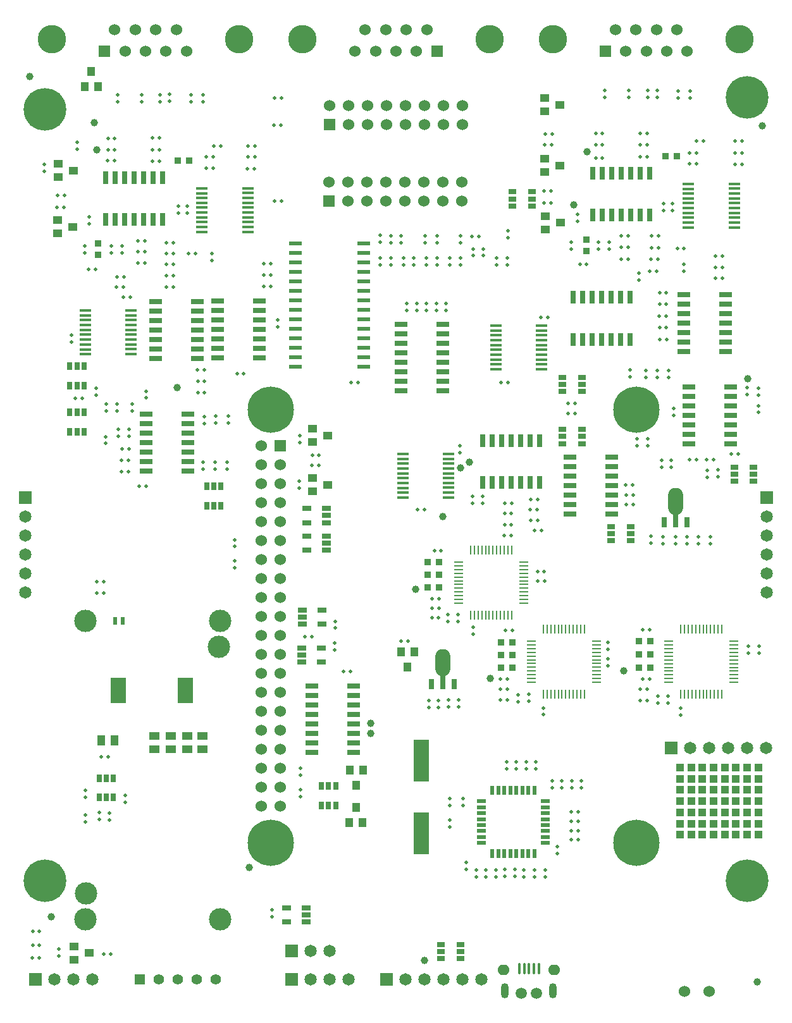
<source format=gts>
G04 #@! TF.FileFunction,Soldermask,Top*
%FSLAX46Y46*%
G04 Gerber Fmt 4.6, Leading zero omitted, Abs format (unit mm)*
G04 Created by KiCad (PCBNEW 4.0.6) date Sunday, October 29, 2017 'AMt' 11:13:45 AM*
%MOMM*%
%LPD*%
G01*
G04 APERTURE LIST*
%ADD10C,0.100000*%
%ADD11R,1.016000X1.397000*%
%ADD12R,0.889000X0.889000*%
%ADD13R,1.000000X1.000000*%
%ADD14R,1.200000X0.600000*%
%ADD15R,0.600000X1.200000*%
%ADD16R,1.750060X0.650240*%
%ADD17R,0.650240X1.750060*%
%ADD18R,1.524000X1.524000*%
%ADD19C,1.524000*%
%ADD20C,1.000760*%
%ADD21C,5.699760*%
%ADD22R,1.750060X0.551180*%
%ADD23C,3.000000*%
%ADD24R,2.000000X3.500000*%
%ADD25R,1.300000X0.250000*%
%ADD26R,0.250000X1.300000*%
%ADD27C,3.810000*%
%ADD28R,1.397000X1.397000*%
%ADD29C,1.397000*%
%ADD30C,6.200000*%
%ADD31C,0.497840*%
%ADD32R,1.397000X1.016000*%
%ADD33R,1.143000X1.016000*%
%ADD34R,1.016000X1.143000*%
%ADD35R,1.198880X0.688340*%
%ADD36R,1.651000X1.651000*%
%ADD37C,1.651000*%
%ADD38O,0.381000X1.524000*%
%ADD39O,1.597660X1.397000*%
%ADD40O,1.016000X2.032000*%
%ADD41C,1.498600*%
%ADD42R,0.500000X1.000000*%
%ADD43R,1.498600X0.347980*%
%ADD44R,0.688340X0.998220*%
%ADD45O,2.032000X3.649980*%
%ADD46R,0.797560X1.399540*%
%ADD47R,0.797560X1.899920*%
%ADD48R,0.998220X0.688340*%
%ADD49R,2.100580X5.600700*%
G04 APERTURE END LIST*
D10*
D11*
X68461000Y-134340000D03*
X70239000Y-134340000D03*
D12*
X68050000Y-69302000D03*
X68050000Y-67778000D03*
X78738000Y-56690000D03*
X80262000Y-56690000D03*
D13*
X147450000Y-143990000D03*
X147450000Y-145490000D03*
X147450000Y-146990000D03*
X145950000Y-146990000D03*
X145950000Y-145490000D03*
X145950000Y-143990000D03*
X145950000Y-139490000D03*
X145950000Y-140990000D03*
X145950000Y-142490000D03*
X147450000Y-142490000D03*
X147450000Y-140990000D03*
X147450000Y-139490000D03*
X147450000Y-137990000D03*
X145950000Y-137990000D03*
X148950000Y-137990000D03*
X150450000Y-137990000D03*
X151950000Y-137990000D03*
X151950000Y-139490000D03*
X151950000Y-140990000D03*
X151950000Y-142490000D03*
X150450000Y-139490000D03*
X150450000Y-140990000D03*
X150450000Y-142490000D03*
X148950000Y-142490000D03*
X148950000Y-140990000D03*
X148950000Y-139490000D03*
X148950000Y-143990000D03*
X148950000Y-145490000D03*
X148950000Y-146990000D03*
X150450000Y-146990000D03*
X150450000Y-145490000D03*
X150450000Y-143990000D03*
X151950000Y-146990000D03*
X151950000Y-145490000D03*
X151950000Y-143990000D03*
X156450000Y-143990000D03*
X156450000Y-145490000D03*
X156450000Y-146990000D03*
X154950000Y-143990000D03*
X154950000Y-145490000D03*
X154950000Y-146990000D03*
X153450000Y-146990000D03*
X153450000Y-145490000D03*
X153450000Y-143990000D03*
X153450000Y-139490000D03*
X153450000Y-140990000D03*
X153450000Y-142490000D03*
X154950000Y-142490000D03*
X154950000Y-140990000D03*
X154950000Y-139490000D03*
X156450000Y-142490000D03*
X156450000Y-140990000D03*
X156450000Y-139490000D03*
X156450000Y-137990000D03*
X154950000Y-137990000D03*
X153450000Y-137990000D03*
D14*
X119405100Y-148095927D03*
X119405100Y-147295927D03*
X119405100Y-146495927D03*
X119405100Y-145695927D03*
X119405100Y-144895927D03*
X119405100Y-144095927D03*
X119405100Y-143295927D03*
X119405100Y-142495927D03*
D15*
X120855100Y-141045927D03*
X121655100Y-141045927D03*
X122455100Y-141045927D03*
X123255100Y-141045927D03*
X124055100Y-141045927D03*
X124855100Y-141045927D03*
X125655100Y-141045927D03*
X126455100Y-141045927D03*
D14*
X127905100Y-142495927D03*
X127905100Y-143295927D03*
X127905100Y-144095927D03*
X127905100Y-144895927D03*
X127905100Y-145695927D03*
X127905100Y-146495927D03*
X127905100Y-147295927D03*
X127905100Y-148095927D03*
D15*
X126455100Y-149545927D03*
X125655100Y-149545927D03*
X124855100Y-149545927D03*
X124055100Y-149545927D03*
X123255100Y-149545927D03*
X122455100Y-149545927D03*
X121655100Y-149545927D03*
X120855100Y-149545927D03*
D16*
X147156000Y-87030000D03*
X147156000Y-88300000D03*
X147156000Y-89570000D03*
X147156000Y-90840000D03*
X147156000Y-92110000D03*
X147156000Y-93380000D03*
X147156000Y-94650000D03*
X152749080Y-94650000D03*
X152749080Y-93380000D03*
X152749080Y-92110000D03*
X152749080Y-90840000D03*
X152749080Y-89570000D03*
X152749080Y-88300000D03*
X152749080Y-87030000D03*
D17*
X134260000Y-64016000D03*
X135530000Y-64016000D03*
X136800000Y-64016000D03*
X138070000Y-64016000D03*
X139340000Y-64016000D03*
X140610000Y-64016000D03*
X141880000Y-64016000D03*
X141880000Y-58422920D03*
X140610000Y-58422920D03*
X139340000Y-58422920D03*
X138070000Y-58422920D03*
X136800000Y-58422920D03*
X135530000Y-58422920D03*
X134260000Y-58422920D03*
X131640000Y-80634000D03*
X132910000Y-80634000D03*
X134180000Y-80634000D03*
X135450000Y-80634000D03*
X136720000Y-80634000D03*
X137990000Y-80634000D03*
X139260000Y-80634000D03*
X139260000Y-75040920D03*
X137990000Y-75040920D03*
X136720000Y-75040920D03*
X135450000Y-75040920D03*
X134180000Y-75040920D03*
X132910000Y-75040920D03*
X131640000Y-75040920D03*
D18*
X99060000Y-51910000D03*
D19*
X99060000Y-49370000D03*
X101600000Y-51910000D03*
X101600000Y-49370000D03*
X104140000Y-51910000D03*
X104140000Y-49370000D03*
X106680000Y-51910000D03*
X106680000Y-49370000D03*
X109220000Y-51910000D03*
X109220000Y-49370000D03*
X111760000Y-51910000D03*
X111760000Y-49370000D03*
X114300000Y-51910000D03*
X114300000Y-49370000D03*
X116840000Y-51910000D03*
X116840000Y-49370000D03*
D20*
X131750000Y-62640000D03*
D16*
X146452000Y-74684000D03*
X146452000Y-75954000D03*
X146452000Y-77224000D03*
X146452000Y-78494000D03*
X146452000Y-79764000D03*
X146452000Y-81034000D03*
X146452000Y-82304000D03*
X152045080Y-82304000D03*
X152045080Y-81034000D03*
X152045080Y-79764000D03*
X152045080Y-78494000D03*
X152045080Y-77224000D03*
X152045080Y-75954000D03*
X152045080Y-74684000D03*
D20*
X67524000Y-51662000D03*
D16*
X74490000Y-90676000D03*
X74490000Y-91946000D03*
X74490000Y-93216000D03*
X74490000Y-94486000D03*
X74490000Y-95756000D03*
X74490000Y-97026000D03*
X74490000Y-98296000D03*
X80083080Y-98296000D03*
X80083080Y-97026000D03*
X80083080Y-95756000D03*
X80083080Y-94486000D03*
X80083080Y-93216000D03*
X80083080Y-91946000D03*
X80083080Y-90676000D03*
X75756000Y-75630000D03*
X75756000Y-76900000D03*
X75756000Y-78170000D03*
X75756000Y-79440000D03*
X75756000Y-80710000D03*
X75756000Y-81980000D03*
X75756000Y-83250000D03*
X81349080Y-83250000D03*
X81349080Y-81980000D03*
X81349080Y-80710000D03*
X81349080Y-79440000D03*
X81349080Y-78170000D03*
X81349080Y-76900000D03*
X81349080Y-75630000D03*
D17*
X69048000Y-64616000D03*
X70318000Y-64616000D03*
X71588000Y-64616000D03*
X72858000Y-64616000D03*
X74128000Y-64616000D03*
X75398000Y-64616000D03*
X76668000Y-64616000D03*
X76668000Y-59022920D03*
X75398000Y-59022920D03*
X74128000Y-59022920D03*
X72858000Y-59022920D03*
X71588000Y-59022920D03*
X70318000Y-59022920D03*
X69048000Y-59022920D03*
D16*
X84056000Y-75530000D03*
X84056000Y-76800000D03*
X84056000Y-78070000D03*
X84056000Y-79340000D03*
X84056000Y-80610000D03*
X84056000Y-81880000D03*
X84056000Y-83150000D03*
X89649080Y-83150000D03*
X89649080Y-81880000D03*
X89649080Y-80610000D03*
X89649080Y-79340000D03*
X89649080Y-78070000D03*
X89649080Y-76800000D03*
X89649080Y-75530000D03*
D21*
X60960000Y-49880000D03*
X154940000Y-48260000D03*
X154953000Y-153162000D03*
X60960000Y-153162000D03*
D20*
X88275000Y-151390000D03*
X104600000Y-133415000D03*
D16*
X96650920Y-127045000D03*
X96650920Y-128315000D03*
X96650920Y-129585000D03*
X96650920Y-130855000D03*
X96650920Y-132125000D03*
X96650920Y-133395000D03*
X96650920Y-134665000D03*
X96650920Y-135935000D03*
X102249080Y-135935000D03*
X102249080Y-134665000D03*
X102249080Y-133395000D03*
X102249080Y-132125000D03*
X102249080Y-130855000D03*
X102249080Y-129585000D03*
X102249080Y-128315000D03*
X102249080Y-127045000D03*
D22*
X103649940Y-83025000D03*
X103649940Y-81755000D03*
X103649940Y-80485000D03*
X103649940Y-79215000D03*
X103649940Y-77945000D03*
X103649940Y-72865000D03*
X103649940Y-71595000D03*
X103649940Y-70325000D03*
X103649940Y-69055000D03*
X103649940Y-67785000D03*
X94450060Y-67785000D03*
X94450060Y-69055000D03*
X94450060Y-70325000D03*
X94450060Y-71595000D03*
X94450060Y-72865000D03*
X94450060Y-77945000D03*
X94450060Y-79215000D03*
X94450060Y-80485000D03*
X94450060Y-81755000D03*
X94450060Y-83025000D03*
X94450060Y-84295000D03*
X94450060Y-74135000D03*
X94450060Y-75405000D03*
X94450060Y-76675000D03*
X103649940Y-74135000D03*
X103649940Y-75405000D03*
X103649940Y-76675000D03*
X103649940Y-84295000D03*
D16*
X108650920Y-78645000D03*
X108650920Y-79915000D03*
X108650920Y-81185000D03*
X108650920Y-82455000D03*
X108650920Y-83725000D03*
X108650920Y-84995000D03*
X108650920Y-86265000D03*
X108650920Y-87535000D03*
X114249080Y-87535000D03*
X114249080Y-86265000D03*
X114249080Y-84995000D03*
X114249080Y-83725000D03*
X114249080Y-82455000D03*
X114249080Y-81185000D03*
X114249080Y-79915000D03*
X114249080Y-78645000D03*
D23*
X66375000Y-118340000D03*
X66375000Y-158340000D03*
X84375000Y-118340000D03*
X84375000Y-158340000D03*
X84265000Y-121830000D03*
X66485000Y-154850000D03*
D18*
X98960000Y-62110000D03*
D19*
X98960000Y-59570000D03*
X101500000Y-62110000D03*
X101500000Y-59570000D03*
X104040000Y-62110000D03*
X104040000Y-59570000D03*
X106580000Y-62110000D03*
X106580000Y-59570000D03*
X109120000Y-62110000D03*
X109120000Y-59570000D03*
X111660000Y-62110000D03*
X111660000Y-59570000D03*
X114200000Y-62110000D03*
X114200000Y-59570000D03*
X116740000Y-62110000D03*
X116740000Y-59570000D03*
D24*
X79775000Y-127690000D03*
X70775000Y-127690000D03*
D25*
X134775000Y-126565000D03*
X134775000Y-126065000D03*
X134775000Y-125565000D03*
X134775000Y-125065000D03*
X134775000Y-124565000D03*
X134775000Y-124065000D03*
X134775000Y-123565000D03*
X134775000Y-123065000D03*
X134775000Y-122565000D03*
X134775000Y-122065000D03*
X134775000Y-121565000D03*
X134775000Y-121065000D03*
D26*
X133175000Y-119465000D03*
X132675000Y-119465000D03*
X132175000Y-119465000D03*
X131675000Y-119465000D03*
X131175000Y-119465000D03*
X130675000Y-119465000D03*
X130175000Y-119465000D03*
X129675000Y-119465000D03*
X129175000Y-119465000D03*
X128675000Y-119465000D03*
X128175000Y-119465000D03*
X127675000Y-119465000D03*
D25*
X126075000Y-121065000D03*
X126075000Y-121565000D03*
X126075000Y-122065000D03*
X126075000Y-122565000D03*
X126075000Y-123065000D03*
X126075000Y-123565000D03*
X126075000Y-124065000D03*
X126075000Y-124565000D03*
X126075000Y-125065000D03*
X126075000Y-125565000D03*
X126075000Y-126065000D03*
X126075000Y-126565000D03*
D26*
X127675000Y-128165000D03*
X128175000Y-128165000D03*
X128675000Y-128165000D03*
X129175000Y-128165000D03*
X129675000Y-128165000D03*
X130175000Y-128165000D03*
X130675000Y-128165000D03*
X131175000Y-128165000D03*
X131675000Y-128165000D03*
X132175000Y-128165000D03*
X132675000Y-128165000D03*
X133175000Y-128165000D03*
X151562500Y-128177500D03*
X151062500Y-128177500D03*
X150562500Y-128177500D03*
X150062500Y-128177500D03*
X149562500Y-128177500D03*
X149062500Y-128177500D03*
X148562500Y-128177500D03*
X148062500Y-128177500D03*
X147562500Y-128177500D03*
X147062500Y-128177500D03*
X146562500Y-128177500D03*
X146062500Y-128177500D03*
D25*
X144462500Y-126577500D03*
X144462500Y-126077500D03*
X144462500Y-125577500D03*
X144462500Y-125077500D03*
X144462500Y-124577500D03*
X144462500Y-124077500D03*
X144462500Y-123577500D03*
X144462500Y-123077500D03*
X144462500Y-122577500D03*
X144462500Y-122077500D03*
X144462500Y-121577500D03*
X144462500Y-121077500D03*
D26*
X146062500Y-119477500D03*
X146562500Y-119477500D03*
X147062500Y-119477500D03*
X147562500Y-119477500D03*
X148062500Y-119477500D03*
X148562500Y-119477500D03*
X149062500Y-119477500D03*
X149562500Y-119477500D03*
X150062500Y-119477500D03*
X150562500Y-119477500D03*
X151062500Y-119477500D03*
X151562500Y-119477500D03*
D25*
X153162500Y-121077500D03*
X153162500Y-121577500D03*
X153162500Y-122077500D03*
X153162500Y-122577500D03*
X153162500Y-123077500D03*
X153162500Y-123577500D03*
X153162500Y-124077500D03*
X153162500Y-124577500D03*
X153162500Y-125077500D03*
X153162500Y-125577500D03*
X153162500Y-126077500D03*
X153162500Y-126577500D03*
D20*
X120525000Y-126065000D03*
X138437500Y-125002500D03*
D19*
X78532000Y-39220000D03*
X75792000Y-39220000D03*
X73052000Y-39220000D03*
X70312000Y-39220000D03*
X79902000Y-42060000D03*
X77162000Y-42060000D03*
X74422000Y-42060000D03*
X71682000Y-42060000D03*
D18*
X68942000Y-42060000D03*
D27*
X61927000Y-40490000D03*
X86917000Y-40490000D03*
X153945000Y-40490000D03*
X128955000Y-40490000D03*
D18*
X135970000Y-42060000D03*
D19*
X138710000Y-42060000D03*
X141450000Y-42060000D03*
X144190000Y-42060000D03*
X146930000Y-42060000D03*
X137340000Y-39220000D03*
X140080000Y-39220000D03*
X142820000Y-39220000D03*
X145560000Y-39220000D03*
D20*
X104525000Y-132090000D03*
D27*
X120445000Y-40490000D03*
X95455000Y-40490000D03*
D19*
X102470000Y-42060000D03*
X105210000Y-42060000D03*
X107950000Y-42060000D03*
X110690000Y-42060000D03*
D18*
X113430000Y-42060000D03*
D19*
X103840000Y-39220000D03*
X106580000Y-39220000D03*
X109320000Y-39220000D03*
X112060000Y-39220000D03*
D28*
X73660000Y-166370000D03*
D29*
X76200000Y-166370000D03*
X78740000Y-166370000D03*
X81280000Y-166370000D03*
X83820000Y-166370000D03*
D20*
X114250000Y-104390000D03*
X116600000Y-97890000D03*
X117750000Y-97065000D03*
X111775000Y-163790000D03*
X110537500Y-114102500D03*
D17*
X119565000Y-99809000D03*
X120835000Y-99809000D03*
X122105000Y-99809000D03*
X123375000Y-99809000D03*
X124645000Y-99809000D03*
X125915000Y-99809000D03*
X127185000Y-99809000D03*
X127185000Y-94215920D03*
X125915000Y-94215920D03*
X124645000Y-94215920D03*
X123375000Y-94215920D03*
X122105000Y-94215920D03*
X120835000Y-94215920D03*
X119565000Y-94215920D03*
D16*
X131225920Y-104025000D03*
X131225920Y-102755000D03*
X131225920Y-101485000D03*
X131225920Y-100215000D03*
X131225920Y-98945000D03*
X131225920Y-97675000D03*
X131225920Y-96405000D03*
X136819000Y-96405000D03*
X136819000Y-97675000D03*
X136819000Y-98945000D03*
X136819000Y-100215000D03*
X136819000Y-101485000D03*
X136819000Y-102755000D03*
X136819000Y-104025000D03*
D25*
X125037500Y-115977500D03*
X125037500Y-115477500D03*
X125037500Y-114977500D03*
X125037500Y-114477500D03*
X125037500Y-113977500D03*
X125037500Y-113477500D03*
X125037500Y-112977500D03*
X125037500Y-112477500D03*
X125037500Y-111977500D03*
X125037500Y-111477500D03*
X125037500Y-110977500D03*
X125037500Y-110477500D03*
D26*
X123437500Y-108877500D03*
X122937500Y-108877500D03*
X122437500Y-108877500D03*
X121937500Y-108877500D03*
X121437500Y-108877500D03*
X120937500Y-108877500D03*
X120437500Y-108877500D03*
X119937500Y-108877500D03*
X119437500Y-108877500D03*
X118937500Y-108877500D03*
X118437500Y-108877500D03*
X117937500Y-108877500D03*
D25*
X116337500Y-110477500D03*
X116337500Y-110977500D03*
X116337500Y-111477500D03*
X116337500Y-111977500D03*
X116337500Y-112477500D03*
X116337500Y-112977500D03*
X116337500Y-113477500D03*
X116337500Y-113977500D03*
X116337500Y-114477500D03*
X116337500Y-114977500D03*
X116337500Y-115477500D03*
X116337500Y-115977500D03*
D26*
X117937500Y-117577500D03*
X118437500Y-117577500D03*
X118937500Y-117577500D03*
X119437500Y-117577500D03*
X119937500Y-117577500D03*
X120437500Y-117577500D03*
X120937500Y-117577500D03*
X121437500Y-117577500D03*
X121937500Y-117577500D03*
X122437500Y-117577500D03*
X122937500Y-117577500D03*
X123437500Y-117577500D03*
D18*
X92420000Y-94910000D03*
D19*
X89880000Y-94910000D03*
X92420000Y-107610000D03*
X89880000Y-97450000D03*
X92420000Y-110150000D03*
X89880000Y-99990000D03*
X92420000Y-112690000D03*
X89880000Y-102530000D03*
X92420000Y-115230000D03*
X89880000Y-105070000D03*
X92420000Y-117770000D03*
X89880000Y-107610000D03*
X92420000Y-120310000D03*
X89880000Y-110150000D03*
X92420000Y-122850000D03*
X89880000Y-112690000D03*
X92420000Y-125390000D03*
X89880000Y-115230000D03*
X92420000Y-127930000D03*
X89880000Y-117770000D03*
X92420000Y-130470000D03*
X89880000Y-120310000D03*
X92420000Y-133010000D03*
X89880000Y-122850000D03*
X89880000Y-125390000D03*
X92420000Y-135550000D03*
X89880000Y-127930000D03*
X89880000Y-133010000D03*
X89880000Y-135550000D03*
X89880000Y-138090000D03*
X89880000Y-140630000D03*
X92420000Y-138090000D03*
X92420000Y-140630000D03*
X92420000Y-97450000D03*
X92420000Y-99990000D03*
X92420000Y-102530000D03*
X92420000Y-105070000D03*
X92420000Y-143170000D03*
X89880000Y-143170000D03*
X89880000Y-130470000D03*
D30*
X91150000Y-90040000D03*
X91150000Y-148040000D03*
X140150000Y-90040000D03*
X140150000Y-148040000D03*
D20*
X58950000Y-45490000D03*
X156975000Y-52090000D03*
X61850000Y-157940000D03*
X156275000Y-166665000D03*
D19*
X146550000Y-167940000D03*
X149850000Y-167940000D03*
D31*
X116540000Y-95822280D03*
X116540000Y-94897720D03*
X125957720Y-102090000D03*
X126882280Y-102090000D03*
X123402280Y-103920000D03*
X122477720Y-103920000D03*
X122497720Y-102580000D03*
X123422280Y-102580000D03*
X60237280Y-161790000D03*
X59312720Y-161790000D03*
X59287720Y-163515000D03*
X60212280Y-163515000D03*
X96712280Y-120460000D03*
X95787720Y-120460000D03*
X101882280Y-125090000D03*
X100957720Y-125090000D03*
X89062280Y-56190000D03*
X88137720Y-56190000D03*
X72362280Y-74990000D03*
X71437720Y-74990000D03*
X70262280Y-56740000D03*
X69337720Y-56740000D03*
X70800000Y-93652280D03*
X70800000Y-92727720D03*
X72225000Y-93652280D03*
X72225000Y-92727720D03*
X82587720Y-56240000D03*
X83512280Y-56240000D03*
X90237720Y-73540000D03*
X91162280Y-73540000D03*
X90237720Y-72040000D03*
X91162280Y-72040000D03*
X69175000Y-89327720D03*
X69175000Y-90252280D03*
X71212720Y-96865000D03*
X72137280Y-96865000D03*
X83850000Y-91877280D03*
X83850000Y-90952720D03*
X82125000Y-97127720D03*
X82125000Y-98052280D03*
X70625000Y-89327720D03*
X70625000Y-90252280D03*
X78800000Y-62827720D03*
X78800000Y-63752280D03*
X76312280Y-55290000D03*
X75387720Y-55290000D03*
X78112280Y-69190000D03*
X77187720Y-69190000D03*
X74362280Y-67440000D03*
X73437720Y-67440000D03*
X73437720Y-68890000D03*
X74362280Y-68890000D03*
X86325000Y-111227280D03*
X86325000Y-110302720D03*
X71300000Y-68127720D03*
X71300000Y-69052280D03*
X82150000Y-48802280D03*
X82150000Y-47877720D03*
X80500000Y-47877720D03*
X80500000Y-48802280D03*
X76400000Y-48802280D03*
X76400000Y-47877720D03*
X73900000Y-48802280D03*
X73900000Y-47877720D03*
X70700000Y-48802280D03*
X70700000Y-47877720D03*
X77650000Y-47827720D03*
X77650000Y-48752280D03*
X114650000Y-76802280D03*
X114650000Y-75877720D03*
X109400000Y-75827720D03*
X109400000Y-76752280D03*
X110750000Y-75827720D03*
X110750000Y-76752280D03*
X105800000Y-66727720D03*
X105800000Y-67652280D03*
X108650000Y-67702280D03*
X108650000Y-66777720D03*
X67912720Y-114615000D03*
X68837280Y-114615000D03*
X68837280Y-113090000D03*
X67912720Y-113090000D03*
X146920000Y-108022280D03*
X146920000Y-107097720D03*
X148460000Y-107097720D03*
X148460000Y-108022280D03*
X145410000Y-107077720D03*
X145410000Y-108002280D03*
X143640000Y-107982280D03*
X143640000Y-107057720D03*
X122850000Y-70702280D03*
X122850000Y-69777720D03*
X119650000Y-68527720D03*
X119650000Y-69452280D03*
X116550000Y-69777720D03*
X116550000Y-70702280D03*
X113450000Y-70702280D03*
X113450000Y-69777720D03*
X110350000Y-69777720D03*
X110350000Y-70702280D03*
X69387280Y-136590000D03*
X68462720Y-136590000D03*
X71675000Y-142652280D03*
X71675000Y-141727720D03*
D32*
X75600000Y-133751000D03*
X75600000Y-135529000D03*
X79975000Y-135579000D03*
X79975000Y-133801000D03*
X77775000Y-133801000D03*
X77775000Y-135579000D03*
X82075000Y-135579000D03*
X82075000Y-133801000D03*
D31*
X92150000Y-78077720D03*
X92150000Y-79002280D03*
X154232280Y-55690000D03*
X153307720Y-55690000D03*
X127337720Y-77690000D03*
X128262280Y-77690000D03*
X134665720Y-56388000D03*
X135590280Y-56388000D03*
X141650000Y-93937720D03*
X141650000Y-94862280D03*
X145140000Y-90862280D03*
X145140000Y-89937720D03*
X148182280Y-55700000D03*
X147257720Y-55700000D03*
X151632280Y-72450000D03*
X150707720Y-72450000D03*
X150737720Y-71040000D03*
X151662280Y-71040000D03*
X144480000Y-84797720D03*
X144480000Y-85722280D03*
X144750000Y-97782280D03*
X144750000Y-96857720D03*
X156450000Y-88112280D03*
X156450000Y-87187720D03*
X151040000Y-98107720D03*
X151040000Y-99032280D03*
X141420000Y-85742280D03*
X141420000Y-84817720D03*
D12*
X143988000Y-56140000D03*
X145512000Y-56140000D03*
D31*
X143740000Y-63362280D03*
X143740000Y-62437720D03*
X141542280Y-54600000D03*
X140617720Y-54600000D03*
X143072280Y-68390000D03*
X142147720Y-68390000D03*
X139032280Y-66810000D03*
X138107720Y-66810000D03*
X138117720Y-68350000D03*
X139042280Y-68350000D03*
X95170000Y-141862280D03*
X95170000Y-140937720D03*
D12*
X133470000Y-68822000D03*
X133470000Y-67298000D03*
D31*
X136500000Y-68552280D03*
X136500000Y-67627720D03*
X147340000Y-47367720D03*
X147340000Y-48292280D03*
X145690000Y-47387720D03*
X145690000Y-48312280D03*
X141630000Y-48272280D03*
X141630000Y-47347720D03*
X139070000Y-47327720D03*
X139070000Y-48252280D03*
X135920000Y-47287720D03*
X135920000Y-48212280D03*
X142890000Y-47327720D03*
X142890000Y-48252280D03*
X125750000Y-129122280D03*
X125750000Y-128197720D03*
X124300000Y-128227720D03*
X124300000Y-129152280D03*
X144370000Y-128397720D03*
X144370000Y-129322280D03*
X142970000Y-128427720D03*
X142970000Y-129352280D03*
X122812280Y-127520000D03*
X121887720Y-127520000D03*
X121927720Y-126170000D03*
X122852280Y-126170000D03*
X140637720Y-127510000D03*
X141562280Y-127510000D03*
X140937720Y-126130000D03*
X141862280Y-126130000D03*
D12*
X122028000Y-124630000D03*
X123552000Y-124630000D03*
X141982000Y-124590000D03*
X140458000Y-124590000D03*
X122038000Y-121210000D03*
X123562000Y-121210000D03*
X140468000Y-121030000D03*
X141992000Y-121030000D03*
D31*
X122577720Y-119660000D03*
X123502280Y-119660000D03*
X141882280Y-119520000D03*
X140957720Y-119520000D03*
X127710000Y-129997720D03*
X127710000Y-130922280D03*
X136330000Y-123457720D03*
X136330000Y-124382280D03*
X136320000Y-122152280D03*
X136320000Y-121227720D03*
X146060000Y-131002280D03*
X146060000Y-130077720D03*
X155130000Y-121717720D03*
X155130000Y-122642280D03*
X156560000Y-122672280D03*
X156560000Y-121747720D03*
X127960000Y-152662280D03*
X127960000Y-151737720D03*
X123830000Y-151657720D03*
X123830000Y-152582280D03*
X118690000Y-151677720D03*
X118690000Y-152602280D03*
X122490000Y-152582280D03*
X122490000Y-151657720D03*
X115170000Y-145952280D03*
X115170000Y-145027720D03*
X115150000Y-142147720D03*
X115150000Y-143072280D03*
D12*
X122038000Y-122930000D03*
X123562000Y-122930000D03*
X140468000Y-122820000D03*
X141992000Y-122820000D03*
D31*
X113630000Y-129972280D03*
X113630000Y-129047720D03*
X112380000Y-129027720D03*
X112380000Y-129952280D03*
X114970000Y-129892280D03*
X114970000Y-128967720D03*
X116310000Y-128967720D03*
X116310000Y-129892280D03*
X118300000Y-119217720D03*
X118300000Y-120142280D03*
X113682280Y-116640000D03*
X112757720Y-116640000D03*
X127822280Y-113000000D03*
X126897720Y-113000000D03*
X112747720Y-115390000D03*
X113672280Y-115390000D03*
X126877720Y-111740000D03*
X127802280Y-111740000D03*
X113077720Y-108960000D03*
X114002280Y-108960000D03*
X114910000Y-117477720D03*
X114910000Y-118402280D03*
D12*
X113692000Y-112140000D03*
X112168000Y-112140000D03*
X113692000Y-113870000D03*
X112168000Y-113870000D03*
X113692000Y-110440000D03*
X112168000Y-110440000D03*
D31*
X116290000Y-118422280D03*
X116290000Y-117497720D03*
D33*
X98766000Y-100140000D03*
X96734000Y-101029000D03*
X96734000Y-99251000D03*
D34*
X101691000Y-145336000D03*
X103469000Y-145336000D03*
X102580000Y-143304000D03*
D33*
X98776000Y-93530000D03*
X96744000Y-94419000D03*
X96744000Y-92641000D03*
X64834000Y-161931000D03*
X64834000Y-163709000D03*
X66866000Y-162820000D03*
D34*
X103519000Y-138324000D03*
X101741000Y-138324000D03*
X102630000Y-140356000D03*
X67150000Y-44774000D03*
X68039000Y-46806000D03*
X66261000Y-46806000D03*
D33*
X64666000Y-65590000D03*
X62634000Y-66479000D03*
X62634000Y-64701000D03*
X62734000Y-57151000D03*
X62734000Y-58929000D03*
X64766000Y-58040000D03*
X129846000Y-49240000D03*
X127814000Y-50129000D03*
X127814000Y-48351000D03*
X127914000Y-64141000D03*
X127914000Y-65919000D03*
X129946000Y-65030000D03*
X129876000Y-57360000D03*
X127844000Y-58249000D03*
X127844000Y-56471000D03*
D34*
X110389000Y-122534000D03*
X108611000Y-122534000D03*
X109500000Y-124566000D03*
D31*
X111772280Y-103480000D03*
X110847720Y-103480000D03*
X126487720Y-106250000D03*
X127412280Y-106250000D03*
X122437720Y-106940000D03*
X123362280Y-106940000D03*
X95020000Y-99677720D03*
X95020000Y-100602280D03*
X97622280Y-97520000D03*
X96697720Y-97520000D03*
X139632280Y-100170000D03*
X138707720Y-100170000D03*
X139692280Y-102780000D03*
X138767720Y-102780000D03*
X125907720Y-103450000D03*
X126832280Y-103450000D03*
X126882280Y-104870000D03*
X125957720Y-104870000D03*
X95060000Y-93557720D03*
X95060000Y-94482280D03*
X97662280Y-96130000D03*
X96737720Y-96130000D03*
X62800000Y-163227280D03*
X62800000Y-162302720D03*
X69742280Y-163010000D03*
X68817720Y-163010000D03*
X138747720Y-101480000D03*
X139672280Y-101480000D03*
X123402280Y-105460000D03*
X122477720Y-105460000D03*
X119560000Y-101677720D03*
X119560000Y-102602280D03*
X118230000Y-102602280D03*
X118230000Y-101677720D03*
X60237280Y-159965000D03*
X59312720Y-159965000D03*
X99820000Y-118397720D03*
X99820000Y-119322280D03*
X99750000Y-122252280D03*
X99750000Y-121327720D03*
X81412720Y-87765000D03*
X82337280Y-87765000D03*
X91360000Y-157077720D03*
X91360000Y-158002280D03*
X89062280Y-54740000D03*
X88137720Y-54740000D03*
X88087720Y-57790000D03*
X89012280Y-57790000D03*
X67800000Y-87177720D03*
X67800000Y-88102280D03*
X65012720Y-88565000D03*
X65937280Y-88565000D03*
X70312280Y-55240000D03*
X69387720Y-55240000D03*
X69387720Y-53740000D03*
X70312280Y-53740000D03*
X69075000Y-93677720D03*
X69075000Y-94602280D03*
X86662720Y-85240000D03*
X87587280Y-85240000D03*
X78162280Y-72140000D03*
X77237720Y-72140000D03*
X83587720Y-54740000D03*
X84512280Y-54740000D03*
X90287720Y-70540000D03*
X91212280Y-70540000D03*
X81387720Y-84765000D03*
X82312280Y-84765000D03*
X82587720Y-57740000D03*
X83512280Y-57740000D03*
X71262720Y-95340000D03*
X72187280Y-95340000D03*
X82337280Y-86265000D03*
X81412720Y-86265000D03*
X74512280Y-100315000D03*
X73587720Y-100315000D03*
X72162280Y-98365000D03*
X71237720Y-98365000D03*
X85325000Y-97077720D03*
X85325000Y-98002280D03*
X71512280Y-72290000D03*
X70587720Y-72290000D03*
X83350000Y-70052280D03*
X83350000Y-69127720D03*
X82275000Y-91927280D03*
X82275000Y-91002720D03*
X85550000Y-90952720D03*
X85550000Y-91877280D03*
X83700000Y-98027280D03*
X83700000Y-97102720D03*
X72650000Y-90252280D03*
X72650000Y-89327720D03*
X74550000Y-87577720D03*
X74550000Y-88502280D03*
X71462280Y-73615000D03*
X70537720Y-73615000D03*
X64500000Y-81002280D03*
X64500000Y-80077720D03*
X76312280Y-56790000D03*
X75387720Y-56790000D03*
X75387720Y-53690000D03*
X76312280Y-53690000D03*
X77187720Y-73640000D03*
X78112280Y-73640000D03*
X81112280Y-69190000D03*
X80187720Y-69190000D03*
X78112280Y-67690000D03*
X77187720Y-67690000D03*
X77237720Y-70640000D03*
X78162280Y-70640000D03*
X73437720Y-70440000D03*
X74362280Y-70440000D03*
X86375000Y-107477720D03*
X86375000Y-108402280D03*
X67762280Y-71240000D03*
X66837720Y-71240000D03*
X69850000Y-69102280D03*
X69850000Y-68177720D03*
X65300000Y-54227720D03*
X65300000Y-55152280D03*
X63512280Y-62990000D03*
X62587720Y-62990000D03*
X66900000Y-65152280D03*
X66900000Y-64227720D03*
X63562280Y-61390000D03*
X62637720Y-61390000D03*
X60900000Y-57227720D03*
X60900000Y-58152280D03*
X66300000Y-69102280D03*
X66300000Y-68177720D03*
X80000000Y-62827720D03*
X80000000Y-63752280D03*
X102892280Y-86440000D03*
X101967720Y-86440000D03*
X150010000Y-108032280D03*
X150010000Y-107107720D03*
X112050000Y-75877720D03*
X112050000Y-76802280D03*
X113350000Y-76802280D03*
X113350000Y-75877720D03*
X122900000Y-67052280D03*
X122900000Y-66127720D03*
X118137720Y-66890000D03*
X119062280Y-66890000D03*
X116550000Y-66777720D03*
X116550000Y-67702280D03*
X113450000Y-66777720D03*
X113450000Y-67702280D03*
X111850000Y-67702280D03*
X111850000Y-66777720D03*
X121400000Y-69727720D03*
X121400000Y-70652280D03*
X118250000Y-69452280D03*
X118250000Y-68527720D03*
X115150000Y-69777720D03*
X115150000Y-70702280D03*
X112050000Y-70702280D03*
X112050000Y-69777720D03*
X108950000Y-69777720D03*
X108950000Y-70702280D03*
X107300000Y-66777720D03*
X107300000Y-67702280D03*
X105850000Y-70702280D03*
X105850000Y-69777720D03*
X107250000Y-70702280D03*
X107250000Y-69777720D03*
X142060000Y-107047720D03*
X142060000Y-107972280D03*
X66375000Y-141027720D03*
X66375000Y-141952280D03*
X66375000Y-145252280D03*
X66375000Y-144327720D03*
X68250000Y-144027720D03*
X68250000Y-144952280D03*
X69600000Y-145002280D03*
X69600000Y-144077720D03*
X91687720Y-62140000D03*
X92612280Y-62140000D03*
X91637720Y-51940000D03*
X92562280Y-51940000D03*
X92612280Y-48290000D03*
X91687720Y-48290000D03*
X154232280Y-54120000D03*
X153307720Y-54120000D03*
X153337720Y-57230000D03*
X154262280Y-57230000D03*
X131017720Y-89240000D03*
X131942280Y-89240000D03*
X130987720Y-90610000D03*
X131912280Y-90610000D03*
X134665720Y-54610000D03*
X135590280Y-54610000D03*
X135590280Y-53086000D03*
X134665720Y-53086000D03*
X140250000Y-93997720D03*
X140250000Y-94922280D03*
X144142280Y-74440000D03*
X143217720Y-74440000D03*
X141917720Y-71570000D03*
X142842280Y-71570000D03*
X148207720Y-54130000D03*
X149132280Y-54130000D03*
X151662280Y-69540000D03*
X150737720Y-69540000D03*
X143217720Y-75910000D03*
X144142280Y-75910000D03*
X147217720Y-57170000D03*
X148142280Y-57170000D03*
X143500000Y-97782280D03*
X143500000Y-96857720D03*
X144112280Y-77500000D03*
X143187720Y-77500000D03*
X150422280Y-96730000D03*
X149497720Y-96730000D03*
X148142280Y-96770000D03*
X147217720Y-96770000D03*
X153762280Y-95990000D03*
X152837720Y-95990000D03*
X144142280Y-79040000D03*
X143217720Y-79040000D03*
X146440000Y-71492280D03*
X146440000Y-70567720D03*
X154980000Y-88072280D03*
X154980000Y-87147720D03*
X156430000Y-90452280D03*
X156430000Y-89527720D03*
X149630000Y-98177720D03*
X149630000Y-99102280D03*
X142920000Y-84847720D03*
X142920000Y-85772280D03*
X139270000Y-85672280D03*
X139270000Y-84747720D03*
X144152280Y-80650000D03*
X143227720Y-80650000D03*
X122007720Y-86460000D03*
X122932280Y-86460000D03*
X140647720Y-56170000D03*
X141572280Y-56170000D03*
X141522280Y-53080000D03*
X140597720Y-53080000D03*
X140440000Y-71787720D03*
X140440000Y-72712280D03*
X145587720Y-68490000D03*
X146512280Y-68490000D03*
X143062280Y-66830000D03*
X142137720Y-66830000D03*
X142107720Y-69960000D03*
X143032280Y-69960000D03*
X138087720Y-69910000D03*
X139012280Y-69910000D03*
X95150000Y-138117720D03*
X95150000Y-139042280D03*
X133472280Y-70590000D03*
X132547720Y-70590000D03*
X135040000Y-68572280D03*
X135040000Y-67647720D03*
X127897720Y-53120000D03*
X128822280Y-53120000D03*
X128672280Y-62380000D03*
X127747720Y-62380000D03*
X132220000Y-64852280D03*
X132220000Y-63927720D03*
X128672280Y-60780000D03*
X127747720Y-60780000D03*
X128802280Y-54620000D03*
X127877720Y-54620000D03*
X131430000Y-68572280D03*
X131430000Y-67647720D03*
X144950000Y-63392280D03*
X144950000Y-62467720D03*
X125030000Y-151697720D03*
X125030000Y-152622280D03*
X117390000Y-151602280D03*
X117390000Y-150677720D03*
X131437720Y-145190000D03*
X132362280Y-145190000D03*
X119980000Y-151687720D03*
X119980000Y-152612280D03*
X132332280Y-146460000D03*
X131407720Y-146460000D03*
X121290000Y-152602280D03*
X121290000Y-151677720D03*
X130130000Y-140672280D03*
X130130000Y-139747720D03*
X131450000Y-139747720D03*
X131450000Y-140672280D03*
X131437720Y-143930000D03*
X132362280Y-143930000D03*
X132332280Y-147650000D03*
X131407720Y-147650000D03*
X128850000Y-140672280D03*
X128850000Y-139747720D03*
X132730000Y-139747720D03*
X132730000Y-140672280D03*
X129500000Y-148607720D03*
X129500000Y-149532280D03*
X116950000Y-142117720D03*
X116950000Y-143042280D03*
X121957720Y-128900000D03*
X122882280Y-128900000D03*
X141592280Y-129010000D03*
X140667720Y-129010000D03*
X126470000Y-151697720D03*
X126470000Y-152622280D03*
X109562280Y-121020000D03*
X108637720Y-121020000D03*
X124040000Y-137247720D03*
X124040000Y-138172280D03*
X125360000Y-137217720D03*
X125360000Y-138142280D03*
X122740000Y-137227720D03*
X122740000Y-138152280D03*
X126670000Y-137247720D03*
X126670000Y-138172280D03*
X112737720Y-117940000D03*
X113662280Y-117940000D03*
D35*
X95897940Y-158664960D03*
X95897940Y-157715000D03*
X95897940Y-156765040D03*
X93302060Y-156765040D03*
X93302060Y-158664960D03*
X97947940Y-121990040D03*
X97947940Y-123889960D03*
X95352060Y-123889960D03*
X95352060Y-122940000D03*
X95352060Y-121990040D03*
X96052060Y-105189960D03*
X96052060Y-103290040D03*
X98647940Y-103290040D03*
X98647940Y-104240000D03*
X98647940Y-105189960D03*
X98647940Y-108889960D03*
X98647940Y-107940000D03*
X98647940Y-106990040D03*
X96052060Y-106990040D03*
X96052060Y-108889960D03*
X95452060Y-116890040D03*
X95452060Y-117840000D03*
X95452060Y-118789960D03*
X98047940Y-118789960D03*
X98047940Y-116890040D03*
D36*
X58300000Y-101840000D03*
D37*
X58300000Y-104380000D03*
X58300000Y-106920000D03*
X58300000Y-109460000D03*
X58300000Y-112000000D03*
X58300000Y-114540000D03*
X157600000Y-114540000D03*
X157600000Y-112000000D03*
X157600000Y-109460000D03*
X157600000Y-106920000D03*
X157600000Y-104380000D03*
D36*
X157600000Y-101840000D03*
X93960000Y-162540000D03*
D37*
X96500000Y-162540000D03*
X99040000Y-162540000D03*
X67310000Y-166390000D03*
X64770000Y-166390000D03*
X62230000Y-166390000D03*
D36*
X59690000Y-166390000D03*
D37*
X157500000Y-135340000D03*
X154960000Y-135340000D03*
X152420000Y-135340000D03*
X149880000Y-135340000D03*
X147340000Y-135340000D03*
D36*
X144800000Y-135340000D03*
X106700000Y-166390000D03*
D37*
X109240000Y-166390000D03*
X111780000Y-166390000D03*
X114320000Y-166390000D03*
X116860000Y-166390000D03*
X119400000Y-166390000D03*
D36*
X93990000Y-166390000D03*
D37*
X96530000Y-166390000D03*
X99070000Y-166390000D03*
X101610000Y-166390000D03*
D38*
X124452060Y-164938920D03*
X125102300Y-164938920D03*
X125750000Y-164938920D03*
X126397700Y-164938920D03*
X127047940Y-164938920D03*
D39*
X122351480Y-165116720D03*
D40*
X122524200Y-167865000D03*
D41*
X124751780Y-168187580D03*
X126748220Y-168187580D03*
D40*
X128975800Y-167865000D03*
D39*
X129148520Y-165116720D03*
D42*
X71350000Y-118340000D03*
X70350000Y-118340000D03*
D43*
X108886760Y-95991460D03*
X108886760Y-96641700D03*
X108886760Y-97291940D03*
X108886760Y-97942180D03*
X108886760Y-98592420D03*
X108886760Y-99237580D03*
X108886760Y-99887820D03*
X108886760Y-100538060D03*
X108886760Y-101188300D03*
X108886760Y-101838540D03*
X115013240Y-101823300D03*
X115013240Y-101173060D03*
X115013240Y-100522820D03*
X115013240Y-99872580D03*
X115013240Y-99237580D03*
X115013240Y-98592420D03*
X115013240Y-97942180D03*
X115013240Y-97291940D03*
X115013240Y-96641700D03*
X115013240Y-95991460D03*
D44*
X97975040Y-143062940D03*
X98925000Y-143062940D03*
X99874960Y-143062940D03*
X99874960Y-140467060D03*
X98925000Y-140467060D03*
X97975040Y-140467060D03*
D43*
X88113240Y-66263540D03*
X88113240Y-65613300D03*
X88113240Y-64963060D03*
X88113240Y-64312820D03*
X88113240Y-63662580D03*
X88113240Y-63017420D03*
X88113240Y-62367180D03*
X88113240Y-61716940D03*
X88113240Y-61066700D03*
X88113240Y-60416460D03*
X81986760Y-60431700D03*
X81986760Y-61081940D03*
X81986760Y-61732180D03*
X81986760Y-62382420D03*
X81986760Y-63017420D03*
X81986760Y-63662580D03*
X81986760Y-64312820D03*
X81986760Y-64963060D03*
X81986760Y-65613300D03*
X81986760Y-66263540D03*
X153213240Y-65663540D03*
X153213240Y-65013300D03*
X153213240Y-64363060D03*
X153213240Y-63712820D03*
X153213240Y-63062580D03*
X153213240Y-62417420D03*
X153213240Y-61767180D03*
X153213240Y-61116940D03*
X153213240Y-60466700D03*
X153213240Y-59816460D03*
X147086760Y-59831700D03*
X147086760Y-60481940D03*
X147086760Y-61132180D03*
X147086760Y-61782420D03*
X147086760Y-62417420D03*
X147086760Y-63062580D03*
X147086760Y-63712820D03*
X147086760Y-64363060D03*
X147086760Y-65013300D03*
X147086760Y-65663540D03*
D44*
X66199960Y-86837940D03*
X65250000Y-86837940D03*
X64300040Y-86837940D03*
X64300040Y-84242060D03*
X65250000Y-84242060D03*
X66199960Y-84242060D03*
X66199960Y-90442060D03*
X65250000Y-90442060D03*
X64300040Y-90442060D03*
X64300040Y-93037940D03*
X65250000Y-93037940D03*
X66199960Y-93037940D03*
X84499960Y-100342060D03*
X83550000Y-100342060D03*
X82600040Y-100342060D03*
X82600040Y-102937940D03*
X83550000Y-102937940D03*
X84499960Y-102937940D03*
D43*
X72488240Y-76791460D03*
X72488240Y-77441700D03*
X72488240Y-78091940D03*
X72488240Y-78742180D03*
X72488240Y-79392420D03*
X72488240Y-80037580D03*
X72488240Y-80672580D03*
X72488240Y-81322820D03*
X72488240Y-81973060D03*
X72488240Y-82623300D03*
X66361760Y-82638540D03*
X66361760Y-81988300D03*
X66361760Y-81338060D03*
X66361760Y-80687820D03*
X66361760Y-80037580D03*
X66361760Y-79392420D03*
X66361760Y-78742180D03*
X66361760Y-78091940D03*
X66361760Y-77441700D03*
X66361760Y-76791460D03*
D45*
X145389000Y-102323200D03*
D46*
X146913000Y-105168000D03*
D47*
X145389000Y-104914000D03*
D46*
X143865000Y-105168000D03*
D44*
X70124960Y-141987940D03*
X69175000Y-141987940D03*
X68225040Y-141987940D03*
X68225040Y-139392060D03*
X69175000Y-139392060D03*
X70124960Y-139392060D03*
D48*
X123552060Y-62789960D03*
X123552060Y-61840000D03*
X123552060Y-60890040D03*
X126147940Y-60890040D03*
X126147940Y-61840000D03*
X126147940Y-62789960D03*
X114002060Y-161690040D03*
X114002060Y-162640000D03*
X114002060Y-163589960D03*
X116597940Y-163589960D03*
X116597940Y-162640000D03*
X116597940Y-161690040D03*
X130252060Y-94614960D03*
X130252060Y-93665000D03*
X130252060Y-92715040D03*
X132847940Y-92715040D03*
X132847940Y-93665000D03*
X132847940Y-94614960D03*
X132847940Y-87614960D03*
X132847940Y-86665000D03*
X132847940Y-85715040D03*
X130252060Y-85715040D03*
X130252060Y-86665000D03*
X130252060Y-87614960D03*
X155822940Y-97740040D03*
X155822940Y-98690000D03*
X155822940Y-99639960D03*
X153227060Y-99639960D03*
X153227060Y-98690000D03*
X153227060Y-97740040D03*
D43*
X127413240Y-78816460D03*
X127413240Y-79466700D03*
X127413240Y-80116940D03*
X127413240Y-80767180D03*
X127413240Y-81417420D03*
X127413240Y-82062580D03*
X127413240Y-82697580D03*
X127413240Y-83347820D03*
X127413240Y-83998060D03*
X127413240Y-84648300D03*
X121286760Y-84663540D03*
X121286760Y-84013300D03*
X121286760Y-83363060D03*
X121286760Y-82712820D03*
X121286760Y-82062580D03*
X121286760Y-81417420D03*
X121286760Y-80767180D03*
X121286760Y-80116940D03*
X121286760Y-79466700D03*
X121286760Y-78816460D03*
D46*
X112651000Y-126820000D03*
D47*
X114175000Y-126566000D03*
D46*
X115699000Y-126820000D03*
D45*
X114175000Y-123975200D03*
D20*
X67900000Y-55240000D03*
X78650000Y-87140000D03*
X133500000Y-55490000D03*
X155000000Y-85890000D03*
D48*
X139322940Y-107639960D03*
X139322940Y-106690000D03*
X139322940Y-105740040D03*
X136727060Y-105740040D03*
X136727060Y-106690000D03*
X136727060Y-107639960D03*
D49*
X111350000Y-146788860D03*
X111350000Y-137091140D03*
M02*

</source>
